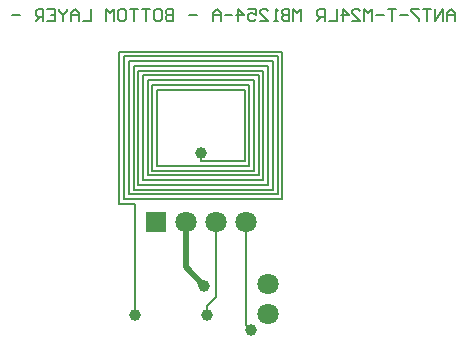
<source format=gbl>
G04 Layer_Physical_Order=2*
G04 Layer_Color=65280*
%FSLAX44Y44*%
%MOMM*%
G71*
G01*
G75*
%ADD11C,0.5000*%
%ADD12C,0.2000*%
%ADD13C,0.1500*%
%ADD14C,1.8000*%
%ADD15R,1.8000X1.8000*%
%ADD16C,1.0000*%
D11*
X62300Y111700D02*
X78000Y96000D01*
X62300Y111700D02*
Y145000D01*
D12*
X74980Y201310D02*
Y207980D01*
X6000Y294010D02*
X144000D01*
Y169310D02*
Y294010D01*
X9999Y169290D02*
X144000Y169310D01*
X139999Y173310D02*
Y290010D01*
X14000Y173290D02*
X139999Y173310D01*
X136000Y177310D02*
Y286010D01*
X18000Y177290D02*
X136000Y177310D01*
X132000Y181310D02*
Y282010D01*
X22000Y181290D02*
X132000Y181310D01*
X128000Y185310D02*
Y278010D01*
X26000Y185290D02*
X128000Y185310D01*
X124000Y189310D02*
Y274010D01*
X29999Y189290D02*
X124000Y189310D01*
X119999Y193310D02*
Y270010D01*
X34000Y193290D02*
X119999Y193310D01*
X116000Y197310D02*
Y266010D01*
X38000Y197290D02*
X116000Y197310D01*
X112000Y201310D02*
Y262010D01*
X74999Y201290D02*
X112000Y201310D01*
X6000Y165290D02*
Y294010D01*
X9999Y169290D02*
Y290010D01*
X139999D01*
X14000Y173290D02*
Y286010D01*
X136000D01*
X18000Y177290D02*
Y282010D01*
X132000D01*
X22000Y181290D02*
X22029Y277950D01*
X128000Y278010D01*
X26000Y185290D02*
Y274010D01*
X124000D01*
X29999Y189290D02*
Y270010D01*
X119999D01*
X34000Y193290D02*
Y266010D01*
X116000D01*
X38000Y197290D02*
Y262010D01*
X112000D01*
X6000Y165290D02*
X19370D01*
Y70770D02*
Y165290D01*
X19300Y70700D02*
X19370Y70770D01*
X113100Y62900D02*
X117500Y58500D01*
X113100Y62900D02*
Y145000D01*
X87700Y86200D02*
Y145000D01*
X80500Y71000D02*
Y79000D01*
X87700Y86200D01*
D13*
X290000Y320000D02*
Y326665D01*
X286668Y329997D01*
X283335Y326665D01*
Y320000D01*
Y324998D01*
X290000D01*
X280003Y320000D02*
Y329997D01*
X273339Y320000D01*
Y329997D01*
X270006D02*
X263342D01*
X266674D01*
Y320000D01*
X260010Y329997D02*
X253345D01*
Y328331D01*
X260010Y321666D01*
Y320000D01*
X250013Y324998D02*
X243348D01*
X240016Y329997D02*
X233352D01*
X236684D01*
Y320000D01*
X230019Y324998D02*
X223355D01*
X220023Y320000D02*
Y329997D01*
X216690Y326665D01*
X213358Y329997D01*
Y320000D01*
X203361D02*
X210026D01*
X203361Y326665D01*
Y328331D01*
X205027Y329997D01*
X208360D01*
X210026Y328331D01*
X195031Y320000D02*
Y329997D01*
X200029Y324998D01*
X193365D01*
X190032Y329997D02*
Y320000D01*
X183368D01*
X180035D02*
Y329997D01*
X175037D01*
X173371Y328331D01*
Y324998D01*
X175037Y323332D01*
X180035D01*
X176703D02*
X173371Y320000D01*
X160042D02*
Y329997D01*
X156710Y326665D01*
X153377Y329997D01*
Y320000D01*
X150045Y329997D02*
Y320000D01*
X145047D01*
X143381Y321666D01*
Y323332D01*
X145047Y324998D01*
X150045D01*
X145047D01*
X143381Y326665D01*
Y328331D01*
X145047Y329997D01*
X150045D01*
X140048Y320000D02*
X136716D01*
X138382D01*
Y329997D01*
X140048Y328331D01*
X125053Y320000D02*
X131718D01*
X125053Y326665D01*
Y328331D01*
X126719Y329997D01*
X130051D01*
X131718Y328331D01*
X115056Y329997D02*
X121721D01*
Y324998D01*
X118389Y326665D01*
X116722D01*
X115056Y324998D01*
Y321666D01*
X116722Y320000D01*
X120055D01*
X121721Y321666D01*
X106726Y320000D02*
Y329997D01*
X111724Y324998D01*
X105060D01*
X101727D02*
X95063D01*
X91731Y320000D02*
Y326665D01*
X88398Y329997D01*
X85066Y326665D01*
Y320000D01*
Y324998D01*
X91731D01*
X71737D02*
X65072D01*
X51743Y329997D02*
Y320000D01*
X46745D01*
X45079Y321666D01*
Y323332D01*
X46745Y324998D01*
X51743D01*
X46745D01*
X45079Y326665D01*
Y328331D01*
X46745Y329997D01*
X51743D01*
X36748D02*
X40080D01*
X41747Y328331D01*
Y321666D01*
X40080Y320000D01*
X36748D01*
X35082Y321666D01*
Y328331D01*
X36748Y329997D01*
X31750D02*
X25085D01*
X28418D01*
Y320000D01*
X21753Y329997D02*
X15089D01*
X18421D01*
Y320000D01*
X6758Y329997D02*
X10090D01*
X11756Y328331D01*
Y321666D01*
X10090Y320000D01*
X6758D01*
X5092Y321666D01*
Y328331D01*
X6758Y329997D01*
X1760Y320000D02*
Y329997D01*
X-1573Y326665D01*
X-4905Y329997D01*
Y320000D01*
X-18234Y329997D02*
Y320000D01*
X-24899D01*
X-28231D02*
Y326665D01*
X-31563Y329997D01*
X-34895Y326665D01*
Y320000D01*
Y324998D01*
X-28231D01*
X-38228Y329997D02*
Y328331D01*
X-41560Y324998D01*
X-44892Y328331D01*
Y329997D01*
X-41560Y324998D02*
Y320000D01*
X-54889Y329997D02*
X-48224D01*
Y320000D01*
X-54889D01*
X-48224Y324998D02*
X-51557D01*
X-58221Y320000D02*
Y329997D01*
X-63219D01*
X-64886Y328331D01*
Y324998D01*
X-63219Y323332D01*
X-58221D01*
X-61553D02*
X-64886Y320000D01*
X-78215Y324998D02*
X-84879D01*
D14*
X131800Y97600D02*
D03*
Y72200D02*
D03*
X113100Y150000D02*
D03*
X87700D02*
D03*
X62300D02*
D03*
D15*
X36900D02*
D03*
D16*
X75000Y207980D02*
D03*
X19300Y70700D02*
D03*
X78000Y96000D02*
D03*
X117500Y58500D02*
D03*
X80500Y71000D02*
D03*
M02*

</source>
